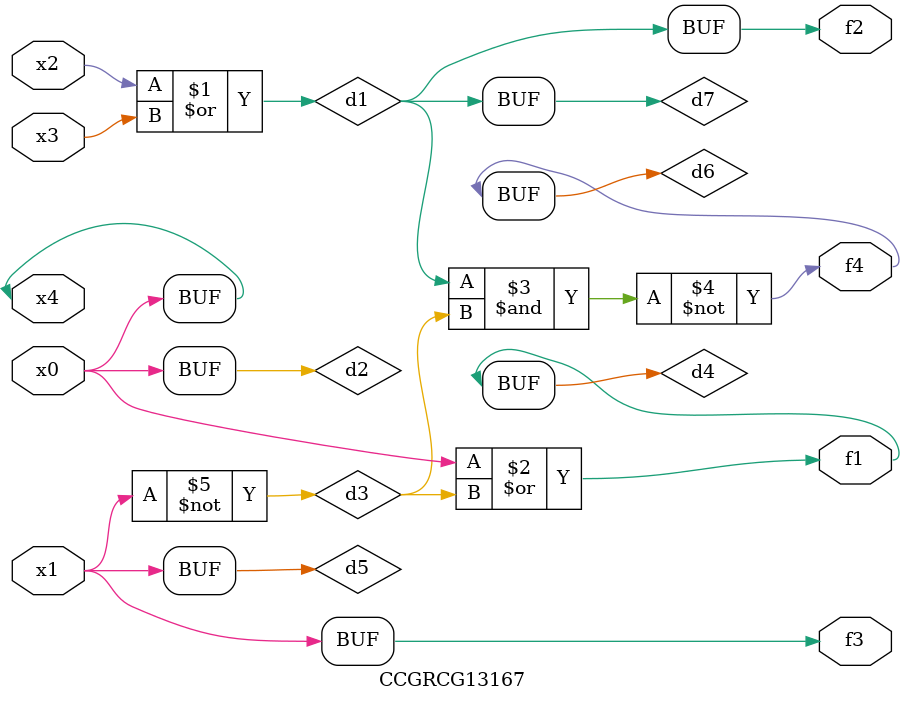
<source format=v>
module CCGRCG13167(
	input x0, x1, x2, x3, x4,
	output f1, f2, f3, f4
);

	wire d1, d2, d3, d4, d5, d6, d7;

	or (d1, x2, x3);
	buf (d2, x0, x4);
	not (d3, x1);
	or (d4, d2, d3);
	not (d5, d3);
	nand (d6, d1, d3);
	or (d7, d1);
	assign f1 = d4;
	assign f2 = d7;
	assign f3 = d5;
	assign f4 = d6;
endmodule

</source>
